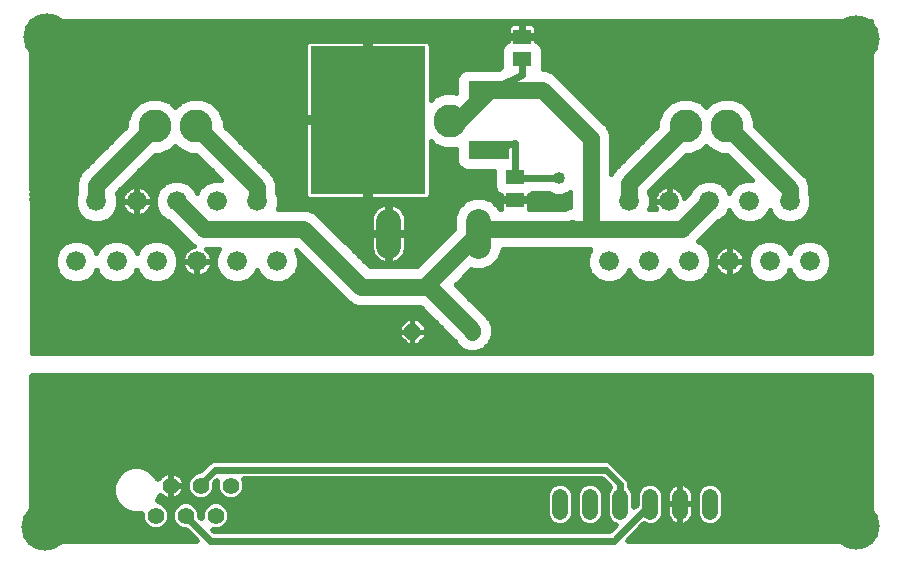
<source format=gbl>
G75*
%MOIN*%
%OFA0B0*%
%FSLAX24Y24*%
%IPPOS*%
%LPD*%
%AMOC8*
5,1,8,0,0,1.08239X$1,22.5*
%
%ADD10C,0.0660*%
%ADD11R,0.3839X0.4921*%
%ADD12R,0.1378X0.0630*%
%ADD13R,0.0591X0.0512*%
%ADD14C,0.1102*%
%ADD15C,0.0520*%
%ADD16OC8,0.0520*%
%ADD17C,0.0520*%
%ADD18C,0.0825*%
%ADD19C,0.0560*%
%ADD20C,0.0560*%
%ADD21C,0.0160*%
%ADD22C,0.1581*%
%ADD23C,0.0236*%
%ADD24C,0.0400*%
%ADD25C,0.0240*%
%ADD26C,0.0197*%
D10*
X008141Y011137D03*
X008760Y012811D03*
X010098Y012811D03*
X011437Y012811D03*
X012775Y012811D03*
X014114Y012811D03*
X015452Y012811D03*
X014783Y014811D03*
X013445Y014811D03*
X012106Y014811D03*
X010767Y014811D03*
X009429Y014811D03*
X014637Y019681D03*
X026510Y012811D03*
X027848Y012811D03*
X029187Y012811D03*
X030525Y012811D03*
X031864Y012811D03*
X033202Y012811D03*
X032533Y014811D03*
X031195Y014811D03*
X029856Y014811D03*
X028517Y014811D03*
X027179Y014811D03*
D11*
X018468Y017525D03*
D12*
X022513Y016525D03*
X022513Y018525D03*
D13*
X023614Y019555D03*
X023614Y020303D03*
X023378Y015614D03*
X023378Y014866D03*
D14*
X021212Y017503D03*
X019835Y017503D03*
X012752Y017311D03*
X011374Y017311D03*
X029071Y017311D03*
X030448Y017311D03*
D15*
X029889Y004964D02*
X029889Y004444D01*
X028889Y004444D02*
X028889Y004964D01*
X027889Y004964D02*
X027889Y004444D01*
X026889Y004444D02*
X026889Y004964D01*
X025889Y004964D02*
X025889Y004444D01*
X024889Y004444D02*
X024889Y004964D01*
D16*
X019958Y010468D03*
D17*
X021958Y010468D03*
D18*
X022161Y013331D02*
X022161Y014156D01*
X019161Y014156D02*
X019161Y013331D01*
D19*
X013909Y005326D03*
X012909Y005326D03*
X011909Y005326D03*
X011409Y004326D03*
X012409Y004326D03*
X013409Y004326D03*
D20*
X020443Y012025D02*
X021958Y010509D01*
X021958Y010468D01*
X020382Y011964D02*
X020443Y012025D01*
X022161Y013744D01*
X022311Y013893D01*
X025307Y013893D01*
X025267Y013933D01*
X025307Y013893D02*
X025858Y013893D01*
X025897Y013933D01*
X025897Y016925D01*
X024285Y018537D01*
X022513Y018525D01*
X021520Y017532D01*
X021450Y017503D02*
X021212Y017503D01*
X021450Y017503D02*
X021470Y017505D01*
X021488Y017511D01*
X021506Y017520D01*
X021521Y017532D01*
X027179Y015419D02*
X027179Y014811D01*
X027179Y015419D02*
X029071Y017311D01*
X030448Y017311D02*
X032533Y015226D01*
X032533Y014811D01*
X029856Y014811D02*
X028939Y013893D01*
X025858Y013893D01*
X020382Y011964D02*
X018260Y011964D01*
X016330Y013893D01*
X013023Y013893D01*
X012106Y014811D01*
X011374Y017311D02*
X009429Y015366D01*
X009429Y014811D01*
X012752Y017311D02*
X014783Y015279D01*
X014783Y014811D01*
D21*
X015458Y015076D02*
X015458Y015413D01*
X015355Y015661D01*
X015165Y015851D01*
X013698Y017319D01*
X013698Y017499D01*
X013554Y017847D01*
X013288Y018113D01*
X012940Y018257D01*
X012563Y018257D01*
X012216Y018113D01*
X012063Y017960D01*
X011910Y018113D01*
X011562Y018257D01*
X011185Y018257D01*
X010838Y018113D01*
X010572Y017847D01*
X010428Y017499D01*
X010428Y017319D01*
X009046Y015938D01*
X008857Y015748D01*
X008754Y015500D01*
X008754Y015076D01*
X008704Y014955D01*
X008704Y014666D01*
X008814Y014400D01*
X009018Y014196D01*
X009285Y014086D01*
X009573Y014086D01*
X009839Y014196D01*
X010043Y014400D01*
X010154Y014666D01*
X010154Y014955D01*
X010104Y015076D01*
X010104Y015086D01*
X011382Y016364D01*
X011562Y016364D01*
X011910Y016509D01*
X012063Y016662D01*
X012216Y016509D01*
X012563Y016364D01*
X012743Y016364D01*
X013572Y015536D01*
X013300Y015536D01*
X013034Y015425D01*
X012830Y015221D01*
X012777Y015094D01*
X012771Y015101D01*
X012721Y015221D01*
X012517Y015425D01*
X012250Y015536D01*
X011962Y015536D01*
X011695Y015425D01*
X011491Y015221D01*
X011381Y014955D01*
X011381Y014666D01*
X011491Y014400D01*
X011695Y014196D01*
X011816Y014146D01*
X012641Y013321D01*
X012668Y013310D01*
X012656Y013308D01*
X012579Y013283D01*
X012508Y013247D01*
X012443Y013200D01*
X012386Y013143D01*
X012339Y013078D01*
X012303Y013006D01*
X012278Y012930D01*
X012265Y012851D01*
X012265Y012829D01*
X012757Y012829D01*
X012757Y012792D01*
X012794Y012792D01*
X012794Y012829D01*
X013285Y012829D01*
X013285Y012851D01*
X013273Y012930D01*
X013248Y013006D01*
X013211Y013078D01*
X013164Y013143D01*
X013108Y013200D01*
X013082Y013218D01*
X013498Y013218D01*
X013389Y012955D01*
X013389Y012666D01*
X013499Y012400D01*
X013703Y012196D01*
X013970Y012086D01*
X014258Y012086D01*
X014525Y012196D01*
X014728Y012400D01*
X014783Y012532D01*
X014838Y012400D01*
X015042Y012196D01*
X015308Y012086D01*
X015597Y012086D01*
X015863Y012196D01*
X016067Y012400D01*
X016177Y012666D01*
X016177Y012955D01*
X016081Y013189D01*
X017687Y011582D01*
X017877Y011392D01*
X018125Y011289D01*
X020224Y011289D01*
X021357Y010156D01*
X021386Y010086D01*
X021576Y009896D01*
X021824Y009793D01*
X022093Y009793D01*
X022341Y009896D01*
X022531Y010086D01*
X022633Y010334D01*
X022633Y010644D01*
X022531Y010892D01*
X021397Y012025D01*
X021926Y012554D01*
X022000Y012524D01*
X022322Y012524D01*
X022618Y012647D01*
X022846Y012874D01*
X022969Y013171D01*
X022969Y013218D01*
X025894Y013218D01*
X025785Y012955D01*
X025785Y012666D01*
X025895Y012400D01*
X026099Y012196D01*
X026365Y012086D01*
X026654Y012086D01*
X026920Y012196D01*
X027124Y012400D01*
X027179Y012532D01*
X027234Y012400D01*
X027437Y012196D01*
X027704Y012086D01*
X027992Y012086D01*
X028259Y012196D01*
X028463Y012400D01*
X028517Y012532D01*
X028572Y012400D01*
X028776Y012196D01*
X029042Y012086D01*
X029331Y012086D01*
X029597Y012196D01*
X029801Y012400D01*
X029912Y012666D01*
X029912Y012955D01*
X029801Y013221D01*
X029597Y013425D01*
X029476Y013476D01*
X029511Y013511D01*
X030146Y014146D01*
X030267Y014196D01*
X030471Y014400D01*
X030525Y014532D01*
X030580Y014400D01*
X030784Y014196D01*
X031050Y014086D01*
X031339Y014086D01*
X031605Y014196D01*
X031809Y014400D01*
X031864Y014532D01*
X031919Y014400D01*
X032122Y014196D01*
X032389Y014086D01*
X032677Y014086D01*
X032944Y014196D01*
X033148Y014400D01*
X033258Y014666D01*
X033258Y014955D01*
X033208Y015076D01*
X033208Y015360D01*
X033105Y015608D01*
X032915Y015798D01*
X031395Y017319D01*
X031395Y017499D01*
X031251Y017847D01*
X030984Y018113D01*
X030637Y018257D01*
X030260Y018257D01*
X029913Y018113D01*
X029760Y017960D01*
X029606Y018113D01*
X029259Y018257D01*
X028882Y018257D01*
X028535Y018113D01*
X028268Y017847D01*
X028124Y017499D01*
X028124Y017319D01*
X026796Y015991D01*
X026607Y015801D01*
X026572Y015718D01*
X026572Y017059D01*
X026470Y017307D01*
X026280Y017497D01*
X024856Y018921D01*
X024855Y018923D01*
X024761Y019016D01*
X024667Y019109D01*
X024665Y019110D01*
X024664Y019112D01*
X024541Y019161D01*
X024419Y019212D01*
X024417Y019212D01*
X024415Y019213D01*
X024301Y019212D01*
X024304Y019220D01*
X024304Y019889D01*
X024244Y020034D01*
X024133Y020145D01*
X024089Y020164D01*
X024089Y020255D01*
X023662Y020255D01*
X023662Y020351D01*
X023566Y020351D01*
X023566Y020739D01*
X023295Y020739D01*
X023249Y020726D01*
X023208Y020703D01*
X023175Y020669D01*
X023151Y020628D01*
X023139Y020582D01*
X023139Y020351D01*
X023566Y020351D01*
X023566Y020255D01*
X023139Y020255D01*
X023139Y020164D01*
X023095Y020145D01*
X022984Y020034D01*
X022924Y019889D01*
X022924Y019277D01*
X022831Y019235D01*
X021746Y019235D01*
X021601Y019175D01*
X021490Y019064D01*
X021429Y018919D01*
X021429Y018437D01*
X021401Y018449D01*
X021024Y018449D01*
X020677Y018305D01*
X020567Y018196D01*
X020567Y020009D01*
X020555Y020055D01*
X020531Y020096D01*
X020498Y020130D01*
X020457Y020153D01*
X020411Y020166D01*
X018548Y020166D01*
X018548Y017605D01*
X018388Y017605D01*
X018388Y017445D01*
X016369Y017445D01*
X016369Y015041D01*
X016381Y014995D01*
X016405Y014954D01*
X016438Y014920D01*
X016479Y014897D01*
X016525Y014884D01*
X018388Y014884D01*
X018388Y017445D01*
X018548Y017445D01*
X018548Y014884D01*
X020411Y014884D01*
X020457Y014897D01*
X020498Y014920D01*
X020531Y014954D01*
X020555Y014995D01*
X020567Y015041D01*
X020567Y016810D01*
X020677Y016701D01*
X021024Y016556D01*
X021401Y016556D01*
X021429Y016568D01*
X021429Y016131D01*
X021490Y015986D01*
X021601Y015875D01*
X021746Y015815D01*
X022687Y015815D01*
X022687Y015279D01*
X022748Y015134D01*
X022859Y015023D01*
X022902Y015005D01*
X022902Y014914D01*
X023330Y014914D01*
X023330Y014818D01*
X022902Y014818D01*
X022902Y014586D01*
X022907Y014568D01*
X022864Y014568D01*
X022846Y014614D01*
X022618Y014841D01*
X022322Y014964D01*
X022000Y014964D01*
X021704Y014841D01*
X021477Y014614D01*
X021354Y014317D01*
X021354Y013891D01*
X020102Y012639D01*
X018539Y012639D01*
X016713Y014466D01*
X016465Y014568D01*
X015467Y014568D01*
X015508Y014666D01*
X015508Y014955D01*
X015458Y015076D01*
X015468Y015051D02*
X016369Y015051D01*
X016369Y015210D02*
X015458Y015210D01*
X015458Y015368D02*
X016369Y015368D01*
X016369Y015527D02*
X015411Y015527D01*
X015332Y015685D02*
X016369Y015685D01*
X016369Y015844D02*
X015173Y015844D01*
X015015Y016002D02*
X016369Y016002D01*
X016369Y016161D02*
X014856Y016161D01*
X014698Y016319D02*
X016369Y016319D01*
X016369Y016478D02*
X014539Y016478D01*
X014381Y016636D02*
X016369Y016636D01*
X016369Y016795D02*
X014222Y016795D01*
X014064Y016953D02*
X016369Y016953D01*
X016369Y017112D02*
X013905Y017112D01*
X013747Y017270D02*
X016369Y017270D01*
X016369Y017429D02*
X013698Y017429D01*
X013661Y017587D02*
X018388Y017587D01*
X018388Y017605D02*
X016369Y017605D01*
X016369Y020009D01*
X016381Y020055D01*
X016405Y020096D01*
X016438Y020130D01*
X016479Y020153D01*
X016525Y020166D01*
X018388Y020166D01*
X018388Y017605D01*
X018388Y017746D02*
X018548Y017746D01*
X018548Y017605D02*
X019111Y017605D01*
X019105Y017560D01*
X019777Y017560D01*
X019777Y017445D01*
X018548Y017445D01*
X018548Y017605D01*
X018548Y017587D02*
X019108Y017587D01*
X018548Y017429D02*
X018388Y017429D01*
X018388Y017270D02*
X018548Y017270D01*
X018548Y017112D02*
X018388Y017112D01*
X018388Y016953D02*
X018548Y016953D01*
X018548Y016795D02*
X018388Y016795D01*
X018388Y016636D02*
X018548Y016636D01*
X018548Y016478D02*
X018388Y016478D01*
X018388Y016319D02*
X018548Y016319D01*
X018548Y016161D02*
X018388Y016161D01*
X018388Y016002D02*
X018548Y016002D01*
X018548Y015844D02*
X018388Y015844D01*
X018388Y015685D02*
X018548Y015685D01*
X018548Y015527D02*
X018388Y015527D01*
X018388Y015368D02*
X018548Y015368D01*
X018548Y015210D02*
X018388Y015210D01*
X018388Y015051D02*
X018548Y015051D01*
X018548Y014893D02*
X018388Y014893D01*
X018709Y014542D02*
X018775Y014608D01*
X018851Y014663D01*
X018934Y014705D01*
X019022Y014734D01*
X019104Y014747D01*
X019104Y013801D01*
X019219Y013801D01*
X019754Y013801D01*
X019754Y014203D01*
X019739Y014295D01*
X019710Y014384D01*
X019668Y014467D01*
X019613Y014542D01*
X019547Y014608D01*
X019472Y014663D01*
X019389Y014705D01*
X019300Y014734D01*
X019219Y014747D01*
X019219Y013801D01*
X019219Y013686D01*
X019754Y013686D01*
X019754Y013285D01*
X019739Y013192D01*
X019710Y013104D01*
X019668Y013021D01*
X019613Y012945D01*
X019547Y012879D01*
X019472Y012824D01*
X019389Y012782D01*
X019300Y012753D01*
X019219Y012740D01*
X019219Y013686D01*
X019104Y013686D01*
X019104Y012740D01*
X019022Y012753D01*
X018934Y012782D01*
X018851Y012824D01*
X018775Y012879D01*
X018709Y012945D01*
X018654Y013021D01*
X018612Y013104D01*
X018583Y013192D01*
X018569Y013285D01*
X018569Y013686D01*
X019104Y013686D01*
X019104Y013801D01*
X018569Y013801D01*
X018569Y014203D01*
X018583Y014295D01*
X018612Y014384D01*
X018654Y014467D01*
X018709Y014542D01*
X018743Y014576D02*
X015470Y014576D01*
X015508Y014734D02*
X019023Y014734D01*
X019104Y014734D02*
X019219Y014734D01*
X019300Y014734D02*
X021597Y014734D01*
X021461Y014576D02*
X019580Y014576D01*
X019693Y014417D02*
X021395Y014417D01*
X021354Y014259D02*
X019745Y014259D01*
X019754Y014100D02*
X021354Y014100D01*
X021354Y013942D02*
X019754Y013942D01*
X019219Y013942D02*
X019104Y013942D01*
X019104Y014100D02*
X019219Y014100D01*
X019219Y014259D02*
X019104Y014259D01*
X019104Y014417D02*
X019219Y014417D01*
X019219Y014576D02*
X019104Y014576D01*
X018629Y014417D02*
X016761Y014417D01*
X016920Y014259D02*
X018577Y014259D01*
X018569Y014100D02*
X017078Y014100D01*
X017237Y013942D02*
X018569Y013942D01*
X018569Y013625D02*
X017554Y013625D01*
X017712Y013466D02*
X018569Y013466D01*
X018569Y013308D02*
X017871Y013308D01*
X018029Y013149D02*
X018597Y013149D01*
X018676Y012991D02*
X018188Y012991D01*
X018346Y012832D02*
X018840Y012832D01*
X019104Y012832D02*
X019219Y012832D01*
X019219Y012991D02*
X019104Y012991D01*
X019104Y013149D02*
X019219Y013149D01*
X019219Y013308D02*
X019104Y013308D01*
X019104Y013466D02*
X019219Y013466D01*
X019219Y013625D02*
X019104Y013625D01*
X019104Y013783D02*
X017395Y013783D01*
X016278Y012991D02*
X016163Y012991D01*
X016177Y012832D02*
X016437Y012832D01*
X016595Y012674D02*
X016177Y012674D01*
X016115Y012515D02*
X016754Y012515D01*
X016912Y012357D02*
X016024Y012357D01*
X015865Y012198D02*
X017071Y012198D01*
X017229Y012040D02*
X007265Y012040D01*
X007265Y012198D02*
X008347Y012198D01*
X008349Y012196D02*
X008615Y012086D01*
X008904Y012086D01*
X009170Y012196D01*
X009374Y012400D01*
X009429Y012532D01*
X009484Y012400D01*
X009687Y012196D01*
X009954Y012086D01*
X010242Y012086D01*
X010509Y012196D01*
X010713Y012400D01*
X010767Y012532D01*
X010822Y012400D01*
X011026Y012196D01*
X011292Y012086D01*
X011581Y012086D01*
X011847Y012196D01*
X012051Y012400D01*
X012162Y012666D01*
X012162Y012955D01*
X012051Y013221D01*
X011847Y013425D01*
X011581Y013536D01*
X011292Y013536D01*
X011026Y013425D01*
X010822Y013221D01*
X010767Y013089D01*
X010713Y013221D01*
X010509Y013425D01*
X010242Y013536D01*
X009954Y013536D01*
X009687Y013425D01*
X009484Y013221D01*
X009429Y013089D01*
X009374Y013221D01*
X009170Y013425D01*
X008904Y013536D01*
X008615Y013536D01*
X008349Y013425D01*
X008145Y013221D01*
X008035Y012955D01*
X008035Y012666D01*
X008145Y012400D01*
X008349Y012196D01*
X008188Y012357D02*
X007265Y012357D01*
X007265Y012515D02*
X008097Y012515D01*
X008035Y012674D02*
X007265Y012674D01*
X007265Y012832D02*
X008035Y012832D01*
X008049Y012991D02*
X007265Y012991D01*
X007265Y013149D02*
X008115Y013149D01*
X008231Y013308D02*
X007264Y013308D01*
X007264Y013466D02*
X008448Y013466D01*
X009071Y013466D02*
X009786Y013466D01*
X009570Y013308D02*
X009288Y013308D01*
X009404Y013149D02*
X009454Y013149D01*
X010410Y013466D02*
X011125Y013466D01*
X010908Y013308D02*
X010626Y013308D01*
X010743Y013149D02*
X010792Y013149D01*
X011749Y013466D02*
X012496Y013466D01*
X012655Y013308D02*
X011965Y013308D01*
X012081Y013149D02*
X012393Y013149D01*
X012298Y012991D02*
X012147Y012991D01*
X012162Y012832D02*
X012265Y012832D01*
X012265Y012792D02*
X012265Y012770D01*
X012278Y012691D01*
X012303Y012615D01*
X012339Y012543D01*
X012386Y012478D01*
X012443Y012422D01*
X012508Y012374D01*
X012579Y012338D01*
X012656Y012313D01*
X012735Y012301D01*
X012757Y012301D01*
X012757Y012792D01*
X012265Y012792D01*
X012284Y012674D02*
X012162Y012674D01*
X012099Y012515D02*
X012360Y012515D01*
X012543Y012357D02*
X012008Y012357D01*
X011849Y012198D02*
X013701Y012198D01*
X013543Y012357D02*
X013008Y012357D01*
X013043Y012374D02*
X013108Y012422D01*
X013164Y012478D01*
X013211Y012543D01*
X013248Y012615D01*
X013273Y012691D01*
X013285Y012770D01*
X013285Y012792D01*
X012794Y012792D01*
X012794Y012301D01*
X012815Y012301D01*
X012895Y012313D01*
X012971Y012338D01*
X013043Y012374D01*
X013191Y012515D02*
X013452Y012515D01*
X013389Y012674D02*
X013267Y012674D01*
X013285Y012832D02*
X013389Y012832D01*
X013404Y012991D02*
X013253Y012991D01*
X013158Y013149D02*
X013469Y013149D01*
X012794Y012674D02*
X012757Y012674D01*
X012757Y012515D02*
X012794Y012515D01*
X012794Y012357D02*
X012757Y012357D01*
X011024Y012198D02*
X010511Y012198D01*
X010669Y012357D02*
X010865Y012357D01*
X010774Y012515D02*
X010760Y012515D01*
X009685Y012198D02*
X009172Y012198D01*
X009331Y012357D02*
X009527Y012357D01*
X009436Y012515D02*
X009422Y012515D01*
X007265Y011881D02*
X017388Y011881D01*
X017546Y011723D02*
X007265Y011723D01*
X007266Y011564D02*
X017705Y011564D01*
X017864Y011406D02*
X007266Y011406D01*
X007266Y011247D02*
X020266Y011247D01*
X020425Y011089D02*
X007266Y011089D01*
X007266Y010930D02*
X020583Y010930D01*
X020742Y010772D02*
X020277Y010772D01*
X020398Y010650D02*
X020141Y010908D01*
X019958Y010908D01*
X019776Y010908D01*
X019518Y010650D01*
X019518Y010468D01*
X019518Y010286D01*
X019776Y010028D01*
X019958Y010028D01*
X019958Y010468D01*
X019518Y010468D01*
X019958Y010468D01*
X019958Y010468D01*
X019958Y010468D01*
X019958Y010908D01*
X019958Y010468D01*
X019958Y010468D01*
X019958Y010028D01*
X020141Y010028D01*
X020398Y010286D01*
X020398Y010468D01*
X019958Y010468D01*
X019958Y010468D01*
X020398Y010468D01*
X020398Y010650D01*
X020398Y010613D02*
X020900Y010613D01*
X021059Y010455D02*
X020398Y010455D01*
X020398Y010296D02*
X021217Y010296D01*
X021365Y010138D02*
X020250Y010138D01*
X019958Y010138D02*
X019958Y010138D01*
X019958Y010296D02*
X019958Y010296D01*
X019958Y010455D02*
X019958Y010455D01*
X019958Y010613D02*
X019958Y010613D01*
X019958Y010772D02*
X019958Y010772D01*
X019640Y010772D02*
X007266Y010772D01*
X007266Y010613D02*
X019518Y010613D01*
X019518Y010455D02*
X007266Y010455D01*
X007266Y010296D02*
X019518Y010296D01*
X019667Y010138D02*
X007267Y010138D01*
X007267Y009979D02*
X021493Y009979D01*
X021758Y009821D02*
X007267Y009821D01*
X007267Y009759D02*
X035260Y009759D01*
X035260Y020811D01*
X007260Y020811D01*
X007267Y009759D01*
X007264Y013625D02*
X012337Y013625D01*
X012179Y013783D02*
X007264Y013783D01*
X007264Y013942D02*
X012020Y013942D01*
X011862Y014100D02*
X009608Y014100D01*
X009902Y014259D02*
X011633Y014259D01*
X011484Y014417D02*
X011093Y014417D01*
X011100Y014422D02*
X011156Y014478D01*
X011204Y014543D01*
X011240Y014615D01*
X011265Y014691D01*
X011277Y014770D01*
X011277Y014792D01*
X010786Y014792D01*
X010786Y014829D01*
X011277Y014829D01*
X011277Y014851D01*
X011265Y014930D01*
X011240Y015006D01*
X011204Y015078D01*
X011156Y015143D01*
X011100Y015200D01*
X011035Y015247D01*
X010963Y015283D01*
X010887Y015308D01*
X010808Y015321D01*
X010786Y015321D01*
X010786Y014829D01*
X010749Y014829D01*
X010749Y014792D01*
X010786Y014792D01*
X010786Y014301D01*
X010808Y014301D01*
X010887Y014313D01*
X010963Y014338D01*
X011035Y014374D01*
X011100Y014422D01*
X011220Y014576D02*
X011419Y014576D01*
X011381Y014734D02*
X011272Y014734D01*
X011271Y014893D02*
X011381Y014893D01*
X011421Y015051D02*
X011217Y015051D01*
X011086Y015210D02*
X011487Y015210D01*
X011638Y015368D02*
X010386Y015368D01*
X010500Y015247D02*
X010435Y015200D01*
X010378Y015143D01*
X010331Y015078D01*
X010295Y015006D01*
X010270Y014930D01*
X010257Y014851D01*
X010257Y014829D01*
X010749Y014829D01*
X010749Y015321D01*
X010727Y015321D01*
X010648Y015308D01*
X010572Y015283D01*
X010500Y015247D01*
X010449Y015210D02*
X010227Y015210D01*
X010318Y015051D02*
X010114Y015051D01*
X010154Y014893D02*
X010264Y014893D01*
X010257Y014792D02*
X010257Y014770D01*
X010270Y014691D01*
X010295Y014615D01*
X010331Y014543D01*
X010378Y014478D01*
X010435Y014422D01*
X010500Y014374D01*
X010572Y014338D01*
X010648Y014313D01*
X010727Y014301D01*
X010749Y014301D01*
X010749Y014792D01*
X010257Y014792D01*
X010263Y014734D02*
X010154Y014734D01*
X010116Y014576D02*
X010315Y014576D01*
X010441Y014417D02*
X010051Y014417D01*
X010749Y014417D02*
X010786Y014417D01*
X010786Y014576D02*
X010749Y014576D01*
X010749Y014734D02*
X010786Y014734D01*
X010786Y014893D02*
X010749Y014893D01*
X010749Y015051D02*
X010786Y015051D01*
X010786Y015210D02*
X010749Y015210D01*
X010544Y015527D02*
X011940Y015527D01*
X012272Y015527D02*
X013279Y015527D01*
X013423Y015685D02*
X010703Y015685D01*
X010861Y015844D02*
X013264Y015844D01*
X013106Y016002D02*
X011020Y016002D01*
X011178Y016161D02*
X012947Y016161D01*
X012789Y016319D02*
X011337Y016319D01*
X011835Y016478D02*
X012290Y016478D01*
X012088Y016636D02*
X012037Y016636D01*
X010428Y017429D02*
X007262Y017429D01*
X007262Y017587D02*
X010464Y017587D01*
X010530Y017746D02*
X007262Y017746D01*
X007261Y017904D02*
X010629Y017904D01*
X010788Y018063D02*
X007261Y018063D01*
X007261Y018221D02*
X011100Y018221D01*
X011648Y018221D02*
X012477Y018221D01*
X012166Y018063D02*
X011960Y018063D01*
X013026Y018221D02*
X016369Y018221D01*
X016369Y018063D02*
X013338Y018063D01*
X013496Y017904D02*
X016369Y017904D01*
X016369Y017746D02*
X013596Y017746D01*
X016369Y018380D02*
X007261Y018380D01*
X007261Y018538D02*
X016369Y018538D01*
X016369Y018697D02*
X007261Y018697D01*
X007261Y018855D02*
X016369Y018855D01*
X016369Y019014D02*
X007261Y019014D01*
X007261Y019172D02*
X016369Y019172D01*
X016369Y019331D02*
X007260Y019331D01*
X007260Y019489D02*
X016369Y019489D01*
X016369Y019648D02*
X007260Y019648D01*
X007260Y019806D02*
X016369Y019806D01*
X016369Y019965D02*
X007260Y019965D01*
X007260Y020123D02*
X016432Y020123D01*
X018388Y020123D02*
X018548Y020123D01*
X018548Y019965D02*
X018388Y019965D01*
X018388Y019806D02*
X018548Y019806D01*
X018548Y019648D02*
X018388Y019648D01*
X018388Y019489D02*
X018548Y019489D01*
X018548Y019331D02*
X018388Y019331D01*
X018388Y019172D02*
X018548Y019172D01*
X018548Y019014D02*
X018388Y019014D01*
X018388Y018855D02*
X018548Y018855D01*
X018548Y018697D02*
X018388Y018697D01*
X018388Y018538D02*
X018548Y018538D01*
X018548Y018380D02*
X018388Y018380D01*
X018388Y018221D02*
X018548Y018221D01*
X018548Y018063D02*
X018388Y018063D01*
X018388Y017904D02*
X018548Y017904D01*
X020567Y018221D02*
X020593Y018221D01*
X020567Y018380D02*
X020857Y018380D01*
X020567Y018538D02*
X021429Y018538D01*
X021429Y018697D02*
X020567Y018697D01*
X020567Y018855D02*
X021429Y018855D01*
X021469Y019014D02*
X020567Y019014D01*
X020567Y019172D02*
X021598Y019172D01*
X020567Y019331D02*
X022924Y019331D01*
X022924Y019489D02*
X020567Y019489D01*
X020567Y019648D02*
X022924Y019648D01*
X022924Y019806D02*
X020567Y019806D01*
X020567Y019965D02*
X022955Y019965D01*
X023073Y020123D02*
X020504Y020123D01*
X023139Y020440D02*
X007260Y020440D01*
X007260Y020282D02*
X023566Y020282D01*
X023662Y020282D02*
X035260Y020282D01*
X035260Y020440D02*
X024089Y020440D01*
X024089Y020351D02*
X024089Y020582D01*
X024077Y020628D01*
X024053Y020669D01*
X024020Y020703D01*
X023979Y020726D01*
X023933Y020739D01*
X023662Y020739D01*
X023662Y020351D01*
X024089Y020351D01*
X024155Y020123D02*
X035260Y020123D01*
X035260Y019965D02*
X024273Y019965D01*
X024304Y019806D02*
X035260Y019806D01*
X035260Y019648D02*
X024304Y019648D01*
X024304Y019489D02*
X035260Y019489D01*
X035260Y019331D02*
X024304Y019331D01*
X024515Y019172D02*
X035260Y019172D01*
X035260Y019014D02*
X024763Y019014D01*
X024921Y018855D02*
X035260Y018855D01*
X035260Y018697D02*
X025080Y018697D01*
X025238Y018538D02*
X035260Y018538D01*
X035260Y018380D02*
X025397Y018380D01*
X025555Y018221D02*
X028796Y018221D01*
X028485Y018063D02*
X025714Y018063D01*
X025872Y017904D02*
X028326Y017904D01*
X028227Y017746D02*
X026031Y017746D01*
X026189Y017587D02*
X028161Y017587D01*
X028124Y017429D02*
X026348Y017429D01*
X026485Y017270D02*
X028076Y017270D01*
X027917Y017112D02*
X026550Y017112D01*
X026572Y016953D02*
X027759Y016953D01*
X027600Y016795D02*
X026572Y016795D01*
X026572Y016636D02*
X027442Y016636D01*
X027283Y016478D02*
X026572Y016478D01*
X026572Y016319D02*
X027125Y016319D01*
X026966Y016161D02*
X026572Y016161D01*
X026572Y016002D02*
X026808Y016002D01*
X026649Y015844D02*
X026572Y015844D01*
X025222Y015133D02*
X025222Y014608D01*
X025133Y014608D01*
X025038Y014568D01*
X023848Y014568D01*
X023853Y014586D01*
X023853Y014818D01*
X023426Y014818D01*
X023426Y014914D01*
X023853Y014914D01*
X023853Y015005D01*
X023897Y015023D01*
X023945Y015071D01*
X024523Y015071D01*
X024716Y014991D01*
X024953Y014991D01*
X025171Y015082D01*
X025222Y015133D01*
X025222Y015051D02*
X025097Y015051D01*
X025222Y014893D02*
X023426Y014893D01*
X023330Y014893D02*
X022493Y014893D01*
X022725Y014734D02*
X022902Y014734D01*
X022905Y014576D02*
X022861Y014576D01*
X022831Y015051D02*
X020567Y015051D01*
X020567Y015210D02*
X022716Y015210D01*
X022687Y015368D02*
X020567Y015368D01*
X020567Y015527D02*
X022687Y015527D01*
X022687Y015685D02*
X020567Y015685D01*
X020567Y015844D02*
X021677Y015844D01*
X021483Y016002D02*
X020567Y016002D01*
X020567Y016161D02*
X021429Y016161D01*
X021429Y016319D02*
X020567Y016319D01*
X020567Y016478D02*
X021429Y016478D01*
X020832Y016636D02*
X020567Y016636D01*
X020567Y016795D02*
X020582Y016795D01*
X020442Y014893D02*
X021829Y014893D01*
X021246Y013783D02*
X019219Y013783D01*
X019754Y013625D02*
X021088Y013625D01*
X020929Y013466D02*
X019754Y013466D01*
X019754Y013308D02*
X020770Y013308D01*
X020612Y013149D02*
X019725Y013149D01*
X019646Y012991D02*
X020453Y012991D01*
X020295Y012832D02*
X019482Y012832D01*
X020136Y012674D02*
X018505Y012674D01*
X016120Y013149D02*
X016097Y013149D01*
X014790Y012515D02*
X014776Y012515D01*
X014685Y012357D02*
X014881Y012357D01*
X015040Y012198D02*
X014527Y012198D01*
X015508Y014893D02*
X016494Y014893D01*
X012977Y015368D02*
X012574Y015368D01*
X012725Y015210D02*
X012825Y015210D01*
X010062Y016953D02*
X007262Y016953D01*
X007262Y016795D02*
X009903Y016795D01*
X009745Y016636D02*
X007262Y016636D01*
X007262Y016478D02*
X009586Y016478D01*
X009428Y016319D02*
X007262Y016319D01*
X007263Y016161D02*
X009269Y016161D01*
X009111Y016002D02*
X007263Y016002D01*
X007263Y015844D02*
X008952Y015844D01*
X008831Y015685D02*
X007263Y015685D01*
X007263Y015527D02*
X008765Y015527D01*
X008754Y015368D02*
X007263Y015368D01*
X007263Y015210D02*
X008754Y015210D01*
X008744Y015051D02*
X007263Y015051D01*
X007263Y014893D02*
X008704Y014893D01*
X008704Y014734D02*
X007264Y014734D01*
X007264Y014576D02*
X008741Y014576D01*
X008807Y014417D02*
X007264Y014417D01*
X007264Y014259D02*
X008956Y014259D01*
X009250Y014100D02*
X007264Y014100D01*
X007262Y017112D02*
X010220Y017112D01*
X010379Y017270D02*
X007262Y017270D01*
X007260Y020599D02*
X023143Y020599D01*
X023566Y020599D02*
X023662Y020599D01*
X023662Y020440D02*
X023566Y020440D01*
X024085Y020599D02*
X035260Y020599D01*
X035260Y020757D02*
X007260Y020757D01*
X021412Y012040D02*
X035260Y012040D01*
X035260Y012198D02*
X033615Y012198D01*
X033613Y012196D02*
X033817Y012400D01*
X033927Y012666D01*
X033927Y012955D01*
X033817Y013221D01*
X033613Y013425D01*
X033347Y013536D01*
X033058Y013536D01*
X032792Y013425D01*
X032588Y013221D01*
X032533Y013089D01*
X032478Y013221D01*
X032275Y013425D01*
X032008Y013536D01*
X031720Y013536D01*
X031453Y013425D01*
X031249Y013221D01*
X031139Y012955D01*
X031139Y012666D01*
X031249Y012400D01*
X031453Y012196D01*
X031720Y012086D01*
X032008Y012086D01*
X032275Y012196D01*
X032478Y012400D01*
X032533Y012532D01*
X032588Y012400D01*
X032792Y012196D01*
X033058Y012086D01*
X033347Y012086D01*
X033613Y012196D01*
X033774Y012357D02*
X035260Y012357D01*
X035260Y012515D02*
X033865Y012515D01*
X033927Y012674D02*
X035260Y012674D01*
X035260Y012832D02*
X033927Y012832D01*
X033913Y012991D02*
X035260Y012991D01*
X035260Y013149D02*
X033847Y013149D01*
X033731Y013308D02*
X035260Y013308D01*
X035260Y013466D02*
X033514Y013466D01*
X032891Y013466D02*
X032176Y013466D01*
X032392Y013308D02*
X032674Y013308D01*
X032558Y013149D02*
X032508Y013149D01*
X032526Y012515D02*
X032540Y012515D01*
X032631Y012357D02*
X032435Y012357D01*
X032277Y012198D02*
X032790Y012198D01*
X031451Y012198D02*
X029599Y012198D01*
X029758Y012357D02*
X030293Y012357D01*
X030258Y012374D02*
X030329Y012338D01*
X030406Y012313D01*
X030485Y012301D01*
X030507Y012301D01*
X030507Y012792D01*
X030544Y012792D01*
X030544Y012829D01*
X031035Y012829D01*
X031035Y012851D01*
X031023Y012930D01*
X030998Y013006D01*
X030961Y013078D01*
X030914Y013143D01*
X030858Y013200D01*
X030793Y013247D01*
X030721Y013283D01*
X030645Y013308D01*
X030565Y013321D01*
X030544Y013321D01*
X030544Y012829D01*
X030507Y012829D01*
X030507Y013321D01*
X030485Y013321D01*
X030406Y013308D01*
X030329Y013283D01*
X030258Y013247D01*
X030193Y013200D01*
X030136Y013143D01*
X030089Y013078D01*
X030053Y013006D01*
X030028Y012930D01*
X030015Y012851D01*
X030015Y012829D01*
X030507Y012829D01*
X030507Y012792D01*
X030015Y012792D01*
X030015Y012770D01*
X030028Y012691D01*
X030053Y012615D01*
X030089Y012543D01*
X030136Y012478D01*
X030193Y012422D01*
X030258Y012374D01*
X030110Y012515D02*
X029849Y012515D01*
X029912Y012674D02*
X030034Y012674D01*
X030015Y012832D02*
X029912Y012832D01*
X029897Y012991D02*
X030048Y012991D01*
X030143Y013149D02*
X029831Y013149D01*
X029715Y013308D02*
X030405Y013308D01*
X030507Y013308D02*
X030544Y013308D01*
X030646Y013308D02*
X031336Y013308D01*
X031219Y013149D02*
X030908Y013149D01*
X031003Y012991D02*
X031154Y012991D01*
X031139Y012832D02*
X031035Y012832D01*
X031035Y012792D02*
X030544Y012792D01*
X030544Y012301D01*
X030565Y012301D01*
X030645Y012313D01*
X030721Y012338D01*
X030793Y012374D01*
X030858Y012422D01*
X030914Y012478D01*
X030961Y012543D01*
X030998Y012615D01*
X031023Y012691D01*
X031035Y012770D01*
X031035Y012792D01*
X031017Y012674D02*
X031139Y012674D01*
X031202Y012515D02*
X030941Y012515D01*
X030758Y012357D02*
X031293Y012357D01*
X030544Y012357D02*
X030507Y012357D01*
X030507Y012515D02*
X030544Y012515D01*
X030544Y012674D02*
X030507Y012674D01*
X030507Y012832D02*
X030544Y012832D01*
X030544Y012991D02*
X030507Y012991D01*
X030507Y013149D02*
X030544Y013149D01*
X029625Y013625D02*
X035260Y013625D01*
X035260Y013783D02*
X029783Y013783D01*
X029942Y013942D02*
X035260Y013942D01*
X035260Y014100D02*
X032712Y014100D01*
X033006Y014259D02*
X035260Y014259D01*
X035260Y014417D02*
X033155Y014417D01*
X033220Y014576D02*
X035260Y014576D01*
X035260Y014734D02*
X033258Y014734D01*
X033258Y014893D02*
X035260Y014893D01*
X035260Y015051D02*
X033218Y015051D01*
X033208Y015210D02*
X035260Y015210D01*
X035260Y015368D02*
X033205Y015368D01*
X033139Y015527D02*
X035260Y015527D01*
X035260Y015685D02*
X033029Y015685D01*
X032870Y015844D02*
X035260Y015844D01*
X035260Y016002D02*
X032712Y016002D01*
X032553Y016161D02*
X035260Y016161D01*
X035260Y016319D02*
X032395Y016319D01*
X032236Y016478D02*
X035260Y016478D01*
X035260Y016636D02*
X032078Y016636D01*
X031919Y016795D02*
X035260Y016795D01*
X035260Y016953D02*
X031761Y016953D01*
X031602Y017112D02*
X035260Y017112D01*
X035260Y017270D02*
X031444Y017270D01*
X031395Y017429D02*
X035260Y017429D01*
X035260Y017587D02*
X031358Y017587D01*
X031292Y017746D02*
X035260Y017746D01*
X035260Y017904D02*
X031193Y017904D01*
X031035Y018063D02*
X035260Y018063D01*
X035260Y018221D02*
X030723Y018221D01*
X030174Y018221D02*
X029345Y018221D01*
X029657Y018063D02*
X029862Y018063D01*
X029760Y016662D02*
X029913Y016509D01*
X030260Y016364D01*
X030440Y016364D01*
X031269Y015536D01*
X031050Y015536D01*
X030784Y015425D01*
X030580Y015221D01*
X030525Y015089D01*
X030471Y015221D01*
X030267Y015425D01*
X030000Y015536D01*
X029712Y015536D01*
X029445Y015425D01*
X029241Y015221D01*
X029191Y015101D01*
X029016Y014925D01*
X029015Y014930D01*
X028990Y015006D01*
X028954Y015078D01*
X028906Y015143D01*
X028850Y015200D01*
X028785Y015247D01*
X028713Y015283D01*
X028637Y015308D01*
X028558Y015321D01*
X028536Y015321D01*
X028536Y014829D01*
X028499Y014829D01*
X028499Y014792D01*
X028007Y014792D01*
X028007Y014770D01*
X028020Y014691D01*
X028045Y014615D01*
X028068Y014568D01*
X027863Y014568D01*
X027904Y014666D01*
X027904Y014955D01*
X027854Y015076D01*
X027854Y015139D01*
X029079Y016364D01*
X029259Y016364D01*
X029606Y016509D01*
X029760Y016662D01*
X029734Y016636D02*
X029785Y016636D01*
X029987Y016478D02*
X029532Y016478D01*
X029034Y016319D02*
X030485Y016319D01*
X030644Y016161D02*
X028875Y016161D01*
X028717Y016002D02*
X030802Y016002D01*
X030961Y015844D02*
X028558Y015844D01*
X028400Y015685D02*
X031119Y015685D01*
X031029Y015527D02*
X030022Y015527D01*
X029690Y015527D02*
X028241Y015527D01*
X028083Y015368D02*
X029388Y015368D01*
X029237Y015210D02*
X028836Y015210D01*
X028967Y015051D02*
X029142Y015051D01*
X028536Y015051D02*
X028499Y015051D01*
X028499Y014893D02*
X028536Y014893D01*
X028499Y014829D02*
X028499Y015321D01*
X028477Y015321D01*
X028398Y015308D01*
X028322Y015283D01*
X028250Y015247D01*
X028185Y015200D01*
X028128Y015143D01*
X028081Y015078D01*
X028045Y015006D01*
X028020Y014930D01*
X028007Y014851D01*
X028007Y014829D01*
X028499Y014829D01*
X028499Y015210D02*
X028536Y015210D01*
X028199Y015210D02*
X027924Y015210D01*
X027864Y015051D02*
X028068Y015051D01*
X028014Y014893D02*
X027904Y014893D01*
X027904Y014734D02*
X028013Y014734D01*
X028065Y014576D02*
X027866Y014576D01*
X029499Y013466D02*
X031552Y013466D01*
X031374Y014100D02*
X032354Y014100D01*
X032060Y014259D02*
X031668Y014259D01*
X031816Y014417D02*
X031911Y014417D01*
X031015Y014100D02*
X030100Y014100D01*
X030329Y014259D02*
X030721Y014259D01*
X030573Y014417D02*
X030478Y014417D01*
X030475Y015210D02*
X030575Y015210D01*
X030727Y015368D02*
X030324Y015368D01*
X028524Y012515D02*
X028510Y012515D01*
X028419Y012357D02*
X028615Y012357D01*
X028774Y012198D02*
X028261Y012198D01*
X027435Y012198D02*
X026922Y012198D01*
X027081Y012357D02*
X027277Y012357D01*
X027186Y012515D02*
X027172Y012515D01*
X026097Y012198D02*
X021570Y012198D01*
X021729Y012357D02*
X025938Y012357D01*
X025847Y012515D02*
X021887Y012515D01*
X021541Y011881D02*
X035260Y011881D01*
X035260Y011723D02*
X021700Y011723D01*
X021858Y011564D02*
X035260Y011564D01*
X035260Y011406D02*
X022017Y011406D01*
X022175Y011247D02*
X035260Y011247D01*
X035260Y011089D02*
X022334Y011089D01*
X022492Y010930D02*
X035260Y010930D01*
X035260Y010772D02*
X022580Y010772D01*
X022633Y010613D02*
X035260Y010613D01*
X035260Y010455D02*
X022633Y010455D01*
X022618Y010296D02*
X035260Y010296D01*
X035260Y010138D02*
X022552Y010138D01*
X022424Y009979D02*
X035260Y009979D01*
X035260Y009821D02*
X022159Y009821D01*
X022645Y012674D02*
X025785Y012674D01*
X025785Y012832D02*
X022804Y012832D01*
X022894Y012991D02*
X025799Y012991D01*
X025865Y013149D02*
X022960Y013149D01*
X023850Y014576D02*
X025056Y014576D01*
X025222Y014734D02*
X023853Y014734D01*
X023925Y015051D02*
X024571Y015051D01*
D22*
X034732Y020215D03*
X034732Y003983D03*
X007719Y003959D03*
X007771Y020287D03*
D23*
X022513Y018525D02*
X023614Y019029D01*
X023614Y019555D01*
X023366Y016765D02*
X022513Y016525D01*
X023366Y016765D02*
X023378Y015614D01*
D24*
X024834Y015586D03*
X021645Y004405D03*
D25*
X026409Y005862D02*
X026882Y005389D01*
X026882Y004712D01*
X026889Y004704D01*
X027889Y004704D02*
X026685Y003500D01*
X013220Y003500D01*
X012409Y004311D01*
X012409Y004326D01*
X012909Y005326D02*
X012909Y005393D01*
X013378Y005862D01*
X026409Y005862D01*
X024834Y015586D02*
X023405Y015586D01*
X023378Y015614D01*
D26*
X012777Y003492D02*
X007289Y003490D01*
X007286Y008972D01*
X035241Y008972D01*
X035241Y003502D01*
X027134Y003498D01*
X027673Y004038D01*
X027798Y003986D01*
X027981Y003986D01*
X028149Y004056D01*
X028278Y004185D01*
X028348Y004353D01*
X028348Y005056D01*
X028278Y005224D01*
X028149Y005353D01*
X027981Y005423D01*
X027798Y005423D01*
X027630Y005353D01*
X027501Y005224D01*
X027431Y005056D01*
X027431Y004696D01*
X027348Y004613D01*
X027348Y005056D01*
X027278Y005224D01*
X027200Y005302D01*
X027200Y005453D01*
X027152Y005570D01*
X027062Y005659D01*
X026589Y006132D01*
X026472Y006180D01*
X013314Y006180D01*
X013197Y006132D01*
X013108Y006042D01*
X012870Y005805D01*
X012814Y005805D01*
X012638Y005732D01*
X012504Y005597D01*
X012431Y005422D01*
X012431Y005231D01*
X012504Y005055D01*
X012638Y004921D01*
X012814Y004848D01*
X013004Y004848D01*
X013180Y004921D01*
X013315Y005055D01*
X013388Y005231D01*
X013388Y005421D01*
X013461Y005495D01*
X013431Y005422D01*
X013431Y005231D01*
X013504Y005055D01*
X013638Y004921D01*
X013814Y004848D01*
X014004Y004848D01*
X014180Y004921D01*
X014315Y005055D01*
X014388Y005231D01*
X014388Y005422D01*
X014337Y005543D01*
X026277Y005543D01*
X026549Y005272D01*
X026501Y005224D01*
X026431Y005056D01*
X026431Y004353D01*
X026501Y004185D01*
X026630Y004056D01*
X026743Y004009D01*
X026553Y003818D01*
X013352Y003818D01*
X013322Y003848D01*
X013504Y003848D01*
X013680Y003921D01*
X013815Y004055D01*
X013888Y004231D01*
X013888Y004422D01*
X013815Y004597D01*
X013680Y004732D01*
X013504Y004805D01*
X013314Y004805D01*
X013138Y004732D01*
X013004Y004597D01*
X012931Y004422D01*
X012931Y004239D01*
X012888Y004283D01*
X012888Y004422D01*
X012815Y004597D01*
X012680Y004732D01*
X012504Y004805D01*
X012314Y004805D01*
X012138Y004732D01*
X012004Y004597D01*
X011931Y004422D01*
X011931Y004231D01*
X012004Y004055D01*
X012138Y003921D01*
X012314Y003848D01*
X012421Y003848D01*
X012777Y003492D01*
X012638Y003632D02*
X007289Y003632D01*
X007289Y003827D02*
X012442Y003827D01*
X012037Y004022D02*
X011782Y004022D01*
X011815Y004055D02*
X011888Y004231D01*
X011888Y004422D01*
X011815Y004597D01*
X011680Y004732D01*
X011504Y004805D01*
X011474Y004805D01*
X011556Y005003D01*
X011597Y004961D01*
X011658Y004917D01*
X011725Y004883D01*
X011797Y004860D01*
X011871Y004848D01*
X011909Y004848D01*
X011909Y005326D01*
X011909Y005326D01*
X011909Y004848D01*
X011947Y004848D01*
X012021Y004860D01*
X012093Y004883D01*
X012160Y004917D01*
X012221Y004961D01*
X012274Y005015D01*
X012318Y005076D01*
X012352Y005143D01*
X012376Y005214D01*
X012388Y005289D01*
X012388Y005326D01*
X011909Y005326D01*
X011909Y005326D01*
X012388Y005326D01*
X012388Y005364D01*
X012376Y005438D01*
X012352Y005510D01*
X012318Y005577D01*
X012274Y005638D01*
X012221Y005691D01*
X012160Y005736D01*
X012093Y005770D01*
X012021Y005793D01*
X011947Y005805D01*
X011909Y005805D01*
X011871Y005805D01*
X011797Y005793D01*
X011725Y005770D01*
X011658Y005736D01*
X011597Y005691D01*
X011544Y005638D01*
X011500Y005577D01*
X011482Y005542D01*
X011444Y005632D01*
X011221Y005856D01*
X010929Y005976D01*
X010613Y005976D01*
X010322Y005856D01*
X010098Y005632D01*
X009978Y005341D01*
X009978Y005025D01*
X010098Y004733D01*
X010322Y004510D01*
X010613Y004389D01*
X010929Y004389D01*
X010931Y004390D01*
X010931Y004231D01*
X011004Y004055D01*
X011138Y003921D01*
X011314Y003848D01*
X011504Y003848D01*
X011680Y003921D01*
X011815Y004055D01*
X011882Y004218D02*
X011936Y004218D01*
X011931Y004413D02*
X011888Y004413D01*
X011804Y004608D02*
X012014Y004608D01*
X012311Y004804D02*
X011507Y004804D01*
X011554Y004999D02*
X011560Y004999D01*
X011909Y004999D02*
X011909Y004999D01*
X011909Y005194D02*
X011909Y005194D01*
X011909Y005326D02*
X011909Y005805D01*
X011909Y005326D01*
X011909Y005326D01*
X011909Y005390D02*
X011909Y005390D01*
X011909Y005585D02*
X011909Y005585D01*
X011909Y005780D02*
X011909Y005780D01*
X011758Y005780D02*
X011296Y005780D01*
X011464Y005585D02*
X011506Y005585D01*
X012060Y005780D02*
X012755Y005780D01*
X012498Y005585D02*
X012313Y005585D01*
X012383Y005390D02*
X012431Y005390D01*
X012446Y005194D02*
X012369Y005194D01*
X012258Y004999D02*
X012560Y004999D01*
X012507Y004804D02*
X013311Y004804D01*
X013507Y004804D02*
X024431Y004804D01*
X024431Y004999D02*
X014258Y004999D01*
X014372Y005194D02*
X024489Y005194D01*
X024501Y005224D02*
X024431Y005056D01*
X024431Y004353D01*
X024501Y004185D01*
X024630Y004056D01*
X024798Y003986D01*
X024981Y003986D01*
X025149Y004056D01*
X025278Y004185D01*
X025348Y004353D01*
X025348Y005056D01*
X025278Y005224D01*
X025149Y005353D01*
X024981Y005423D01*
X024798Y005423D01*
X024630Y005353D01*
X024501Y005224D01*
X024719Y005390D02*
X014388Y005390D01*
X013560Y004999D02*
X013258Y004999D01*
X013372Y005194D02*
X013446Y005194D01*
X013431Y005390D02*
X013388Y005390D01*
X013041Y005976D02*
X010931Y005976D01*
X010612Y005976D02*
X007288Y005976D01*
X007288Y006171D02*
X013292Y006171D01*
X013108Y006042D02*
X013108Y006042D01*
X013014Y004608D02*
X012804Y004608D01*
X012888Y004413D02*
X012931Y004413D01*
X013343Y003827D02*
X026562Y003827D01*
X026710Y004022D02*
X026068Y004022D01*
X026149Y004056D02*
X026278Y004185D01*
X026348Y004353D01*
X026348Y005056D01*
X026278Y005224D01*
X026149Y005353D01*
X025981Y005423D01*
X025798Y005423D01*
X025630Y005353D01*
X025501Y005224D01*
X025431Y005056D01*
X025431Y004353D01*
X025501Y004185D01*
X025630Y004056D01*
X025798Y003986D01*
X025981Y003986D01*
X026149Y004056D01*
X026292Y004218D02*
X026487Y004218D01*
X026431Y004413D02*
X026348Y004413D01*
X026348Y004608D02*
X026431Y004608D01*
X026431Y004804D02*
X026348Y004804D01*
X026348Y004999D02*
X026431Y004999D01*
X026489Y005194D02*
X026290Y005194D01*
X026431Y005390D02*
X026060Y005390D01*
X025719Y005390D02*
X025060Y005390D01*
X025290Y005194D02*
X025489Y005194D01*
X025431Y004999D02*
X025348Y004999D01*
X025348Y004804D02*
X025431Y004804D01*
X025431Y004608D02*
X025348Y004608D01*
X025348Y004413D02*
X025431Y004413D01*
X025487Y004218D02*
X025292Y004218D01*
X025068Y004022D02*
X025710Y004022D01*
X024710Y004022D02*
X013782Y004022D01*
X013882Y004218D02*
X024487Y004218D01*
X024431Y004413D02*
X013888Y004413D01*
X013804Y004608D02*
X024431Y004608D01*
X026494Y006171D02*
X035241Y006171D01*
X035241Y005976D02*
X026745Y005976D01*
X026941Y005780D02*
X035241Y005780D01*
X035241Y005585D02*
X027136Y005585D01*
X027062Y005659D02*
X027062Y005659D01*
X027200Y005390D02*
X027719Y005390D01*
X027489Y005194D02*
X027290Y005194D01*
X027348Y004999D02*
X027431Y004999D01*
X027431Y004804D02*
X027348Y004804D01*
X028060Y005390D02*
X028715Y005390D01*
X028713Y005389D02*
X028649Y005356D01*
X028591Y005314D01*
X028540Y005263D01*
X028497Y005205D01*
X028465Y005140D01*
X028442Y005072D01*
X028431Y005000D01*
X028431Y004704D01*
X028431Y004408D01*
X028442Y004337D01*
X028465Y004268D01*
X028497Y004204D01*
X028540Y004146D01*
X028591Y004095D01*
X028649Y004052D01*
X028713Y004019D01*
X028782Y003997D01*
X028853Y003986D01*
X028889Y003986D01*
X028889Y004704D01*
X028431Y004704D01*
X028889Y004704D01*
X028889Y004704D01*
X028889Y004704D01*
X028889Y003986D01*
X028926Y003986D01*
X028997Y003997D01*
X029065Y004019D01*
X029130Y004052D01*
X029188Y004095D01*
X029239Y004146D01*
X029282Y004204D01*
X029314Y004268D01*
X029337Y004337D01*
X029348Y004408D01*
X029348Y004704D01*
X028889Y004704D01*
X028889Y005423D01*
X028853Y005423D01*
X028782Y005411D01*
X028713Y005389D01*
X028889Y005390D02*
X028889Y005390D01*
X028889Y005423D02*
X028889Y004704D01*
X028889Y004704D01*
X028889Y004704D01*
X029348Y004704D01*
X029348Y005000D01*
X029337Y005072D01*
X029314Y005140D01*
X029282Y005205D01*
X029239Y005263D01*
X029188Y005314D01*
X029130Y005356D01*
X029065Y005389D01*
X028997Y005411D01*
X028926Y005423D01*
X028889Y005423D01*
X029064Y005390D02*
X029719Y005390D01*
X029798Y005423D02*
X029630Y005353D01*
X029501Y005224D01*
X029431Y005056D01*
X029431Y004353D01*
X029501Y004185D01*
X029630Y004056D01*
X029798Y003986D01*
X029981Y003986D01*
X030149Y004056D01*
X030278Y004185D01*
X030348Y004353D01*
X030348Y005056D01*
X030278Y005224D01*
X030149Y005353D01*
X029981Y005423D01*
X029798Y005423D01*
X030060Y005390D02*
X035241Y005390D01*
X035241Y005194D02*
X030290Y005194D01*
X030348Y004999D02*
X035241Y004999D01*
X035241Y004804D02*
X030348Y004804D01*
X030348Y004608D02*
X035241Y004608D01*
X035241Y004413D02*
X030348Y004413D01*
X030292Y004218D02*
X035241Y004218D01*
X035241Y004022D02*
X030068Y004022D01*
X029710Y004022D02*
X029071Y004022D01*
X028889Y004022D02*
X028889Y004022D01*
X028708Y004022D02*
X028068Y004022D01*
X028292Y004218D02*
X028490Y004218D01*
X028431Y004413D02*
X028348Y004413D01*
X028348Y004608D02*
X028431Y004608D01*
X028431Y004804D02*
X028348Y004804D01*
X028348Y004999D02*
X028431Y004999D01*
X028492Y005194D02*
X028290Y005194D01*
X028889Y005194D02*
X028889Y005194D01*
X028889Y004999D02*
X028889Y004999D01*
X028889Y004804D02*
X028889Y004804D01*
X028889Y004608D02*
X028889Y004608D01*
X028889Y004413D02*
X028889Y004413D01*
X028889Y004218D02*
X028889Y004218D01*
X029288Y004218D02*
X029487Y004218D01*
X029431Y004413D02*
X029348Y004413D01*
X029348Y004608D02*
X029431Y004608D01*
X029431Y004804D02*
X029348Y004804D01*
X029348Y004999D02*
X029431Y004999D01*
X029489Y005194D02*
X029287Y005194D01*
X027710Y004022D02*
X027658Y004022D01*
X027462Y003827D02*
X035241Y003827D01*
X035241Y003632D02*
X027267Y003632D01*
X035241Y006366D02*
X007287Y006366D01*
X007287Y006562D02*
X035241Y006562D01*
X035241Y006757D02*
X007287Y006757D01*
X007287Y006953D02*
X035241Y006953D01*
X035241Y007148D02*
X007287Y007148D01*
X007287Y007343D02*
X035241Y007343D01*
X035241Y007539D02*
X007287Y007539D01*
X007287Y007734D02*
X035241Y007734D01*
X035241Y007929D02*
X007286Y007929D01*
X007286Y008125D02*
X035241Y008125D01*
X035241Y008320D02*
X007286Y008320D01*
X007286Y008515D02*
X035241Y008515D01*
X035241Y008711D02*
X007286Y008711D01*
X007286Y008906D02*
X035241Y008906D01*
X011037Y004022D02*
X007289Y004022D01*
X007289Y004218D02*
X010936Y004218D01*
X010555Y004413D02*
X007289Y004413D01*
X007289Y004608D02*
X010223Y004608D01*
X010069Y004804D02*
X007288Y004804D01*
X007288Y004999D02*
X009988Y004999D01*
X009978Y005194D02*
X007288Y005194D01*
X007288Y005390D02*
X009998Y005390D01*
X010079Y005585D02*
X007288Y005585D01*
X007288Y005780D02*
X010247Y005780D01*
M02*

</source>
